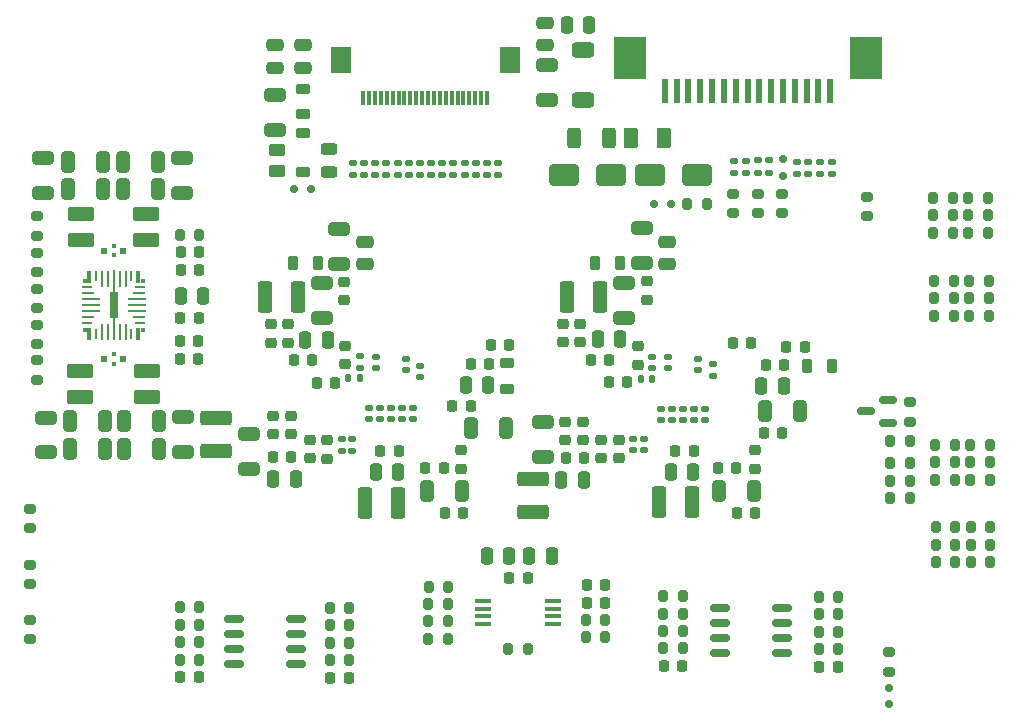
<source format=gbr>
%TF.GenerationSoftware,KiCad,Pcbnew,8.0.6*%
%TF.CreationDate,2024-12-12T06:35:09+00:00*%
%TF.ProjectId,AWR2243RadarBoard,41575232-3234-4335-9261-646172426f61,rev?*%
%TF.SameCoordinates,Original*%
%TF.FileFunction,Paste,Bot*%
%TF.FilePolarity,Positive*%
%FSLAX46Y46*%
G04 Gerber Fmt 4.6, Leading zero omitted, Abs format (unit mm)*
G04 Created by KiCad (PCBNEW 8.0.6) date 2024-12-12 06:35:09*
%MOMM*%
%LPD*%
G01*
G04 APERTURE LIST*
G04 Aperture macros list*
%AMRoundRect*
0 Rectangle with rounded corners*
0 $1 Rounding radius*
0 $2 $3 $4 $5 $6 $7 $8 $9 X,Y pos of 4 corners*
0 Add a 4 corners polygon primitive as box body*
4,1,4,$2,$3,$4,$5,$6,$7,$8,$9,$2,$3,0*
0 Add four circle primitives for the rounded corners*
1,1,$1+$1,$2,$3*
1,1,$1+$1,$4,$5*
1,1,$1+$1,$6,$7*
1,1,$1+$1,$8,$9*
0 Add four rect primitives between the rounded corners*
20,1,$1+$1,$2,$3,$4,$5,0*
20,1,$1+$1,$4,$5,$6,$7,0*
20,1,$1+$1,$6,$7,$8,$9,0*
20,1,$1+$1,$8,$9,$2,$3,0*%
%AMFreePoly0*
4,1,5,0.187500,-0.537500,-0.187500,-0.537500,-0.187500,0.537500,0.187500,0.537500,0.187500,-0.537500,0.187500,-0.537500,$1*%
G04 Aperture macros list end*
%ADD10RoundRect,0.250000X-1.000000X-0.650000X1.000000X-0.650000X1.000000X0.650000X-1.000000X0.650000X0*%
%ADD11RoundRect,0.250000X-0.325000X-0.650000X0.325000X-0.650000X0.325000X0.650000X-0.325000X0.650000X0*%
%ADD12RoundRect,0.225000X-0.225000X-0.250000X0.225000X-0.250000X0.225000X0.250000X-0.225000X0.250000X0*%
%ADD13RoundRect,0.200000X0.200000X0.275000X-0.200000X0.275000X-0.200000X-0.275000X0.200000X-0.275000X0*%
%ADD14RoundRect,0.200000X-0.200000X-0.275000X0.200000X-0.275000X0.200000X0.275000X-0.200000X0.275000X0*%
%ADD15RoundRect,0.135000X0.185000X-0.135000X0.185000X0.135000X-0.185000X0.135000X-0.185000X-0.135000X0*%
%ADD16RoundRect,0.225000X0.225000X0.250000X-0.225000X0.250000X-0.225000X-0.250000X0.225000X-0.250000X0*%
%ADD17RoundRect,0.250000X0.450000X-0.262500X0.450000X0.262500X-0.450000X0.262500X-0.450000X-0.262500X0*%
%ADD18RoundRect,0.250000X0.375000X0.625000X-0.375000X0.625000X-0.375000X-0.625000X0.375000X-0.625000X0*%
%ADD19RoundRect,0.200000X0.275000X-0.200000X0.275000X0.200000X-0.275000X0.200000X-0.275000X-0.200000X0*%
%ADD20RoundRect,0.200000X-0.275000X0.200000X-0.275000X-0.200000X0.275000X-0.200000X0.275000X0.200000X0*%
%ADD21RoundRect,0.250000X0.650000X-0.325000X0.650000X0.325000X-0.650000X0.325000X-0.650000X-0.325000X0*%
%ADD22RoundRect,0.218750X-0.381250X0.218750X-0.381250X-0.218750X0.381250X-0.218750X0.381250X0.218750X0*%
%ADD23RoundRect,0.250000X1.075000X-0.375000X1.075000X0.375000X-1.075000X0.375000X-1.075000X-0.375000X0*%
%ADD24RoundRect,0.250000X0.325000X0.650000X-0.325000X0.650000X-0.325000X-0.650000X0.325000X-0.650000X0*%
%ADD25RoundRect,0.140000X-0.170000X0.140000X-0.170000X-0.140000X0.170000X-0.140000X0.170000X0.140000X0*%
%ADD26RoundRect,0.250000X0.250000X0.475000X-0.250000X0.475000X-0.250000X-0.475000X0.250000X-0.475000X0*%
%ADD27RoundRect,0.225000X-0.250000X0.225000X-0.250000X-0.225000X0.250000X-0.225000X0.250000X0.225000X0*%
%ADD28RoundRect,0.250000X0.850000X-0.375000X0.850000X0.375000X-0.850000X0.375000X-0.850000X-0.375000X0*%
%ADD29RoundRect,0.250000X-0.250000X-0.475000X0.250000X-0.475000X0.250000X0.475000X-0.250000X0.475000X0*%
%ADD30RoundRect,0.250000X0.312500X0.625000X-0.312500X0.625000X-0.312500X-0.625000X0.312500X-0.625000X0*%
%ADD31RoundRect,0.225000X-0.375000X0.225000X-0.375000X-0.225000X0.375000X-0.225000X0.375000X0.225000X0*%
%ADD32RoundRect,0.225000X0.250000X-0.225000X0.250000X0.225000X-0.250000X0.225000X-0.250000X-0.225000X0*%
%ADD33RoundRect,0.150000X0.200000X-0.150000X0.200000X0.150000X-0.200000X0.150000X-0.200000X-0.150000X0*%
%ADD34R,0.610000X2.000000*%
%ADD35R,2.680000X3.600000*%
%ADD36RoundRect,0.140000X0.170000X-0.140000X0.170000X0.140000X-0.170000X0.140000X-0.170000X-0.140000X0*%
%ADD37RoundRect,0.150000X-0.200000X0.150000X-0.200000X-0.150000X0.200000X-0.150000X0.200000X0.150000X0*%
%ADD38RoundRect,0.243750X0.456250X-0.243750X0.456250X0.243750X-0.456250X0.243750X-0.456250X-0.243750X0*%
%ADD39RoundRect,0.250000X0.475000X-0.250000X0.475000X0.250000X-0.475000X0.250000X-0.475000X-0.250000X0*%
%ADD40RoundRect,0.250000X-0.375000X-1.075000X0.375000X-1.075000X0.375000X1.075000X-0.375000X1.075000X0*%
%ADD41RoundRect,0.250000X-0.650000X0.325000X-0.650000X-0.325000X0.650000X-0.325000X0.650000X0.325000X0*%
%ADD42R,0.450000X0.400000*%
%ADD43FreePoly0,180.000000*%
%ADD44R,0.950000X0.250000*%
%ADD45R,1.050000X0.250000*%
%ADD46R,1.500000X0.250000*%
%ADD47R,0.250000X0.950000*%
%ADD48R,0.250000X1.400000*%
%ADD49R,0.250000X1.850000*%
%ADD50R,0.800000X2.200000*%
%ADD51RoundRect,0.140000X-0.140000X-0.170000X0.140000X-0.170000X0.140000X0.170000X-0.140000X0.170000X0*%
%ADD52RoundRect,0.249999X0.700001X-0.387501X0.700001X0.387501X-0.700001X0.387501X-0.700001X-0.387501X0*%
%ADD53R,0.300000X1.300000*%
%ADD54R,1.800000X2.200000*%
%ADD55RoundRect,0.150000X0.150000X0.200000X-0.150000X0.200000X-0.150000X-0.200000X0.150000X-0.200000X0*%
%ADD56RoundRect,0.218750X0.218750X0.381250X-0.218750X0.381250X-0.218750X-0.381250X0.218750X-0.381250X0*%
%ADD57RoundRect,0.218750X-0.218750X-0.381250X0.218750X-0.381250X0.218750X0.381250X-0.218750X0.381250X0*%
%ADD58RoundRect,0.250000X-0.850000X0.375000X-0.850000X-0.375000X0.850000X-0.375000X0.850000X0.375000X0*%
%ADD59RoundRect,0.150000X-0.675000X-0.150000X0.675000X-0.150000X0.675000X0.150000X-0.675000X0.150000X0*%
%ADD60RoundRect,0.150000X0.587500X0.150000X-0.587500X0.150000X-0.587500X-0.150000X0.587500X-0.150000X0*%
%ADD61RoundRect,0.218750X0.381250X-0.218750X0.381250X0.218750X-0.381250X0.218750X-0.381250X-0.218750X0*%
%ADD62R,0.600000X0.600000*%
%ADD63R,0.400000X0.400000*%
%ADD64R,1.475000X0.450000*%
%ADD65RoundRect,0.250000X-0.475000X0.250000X-0.475000X-0.250000X0.475000X-0.250000X0.475000X0.250000X0*%
%ADD66RoundRect,0.150000X-0.150000X-0.200000X0.150000X-0.200000X0.150000X0.200000X-0.150000X0.200000X0*%
%ADD67RoundRect,0.218750X-0.218750X-0.256250X0.218750X-0.256250X0.218750X0.256250X-0.218750X0.256250X0*%
G04 APERTURE END LIST*
D10*
%TO.C,D12*%
X81875000Y-49450000D03*
X85875000Y-49450000D03*
%TD*%
D11*
%TO.C,C41*%
X39855000Y-50610000D03*
X42805000Y-50610000D03*
%TD*%
D12*
%TO.C,C149*%
X103480000Y-91075000D03*
X105030000Y-91075000D03*
%TD*%
D13*
%TO.C,R131*%
X105080000Y-89600000D03*
X103430000Y-89600000D03*
%TD*%
D14*
%TO.C,R90*%
X116190000Y-59890000D03*
X117840000Y-59890000D03*
%TD*%
D15*
%TO.C,R11*%
X73450000Y-49466250D03*
X73450000Y-48446250D03*
%TD*%
D16*
%TO.C,C65*%
X67870000Y-72860000D03*
X66320000Y-72860000D03*
%TD*%
%TO.C,C148*%
X91855000Y-91000000D03*
X90305000Y-91000000D03*
%TD*%
D17*
%TO.C,R52*%
X57575000Y-49137500D03*
X57575000Y-47312500D03*
%TD*%
D15*
%TO.C,R3*%
X65875000Y-49466250D03*
X65875000Y-48446250D03*
%TD*%
D18*
%TO.C,F4*%
X90300000Y-46300000D03*
X87500000Y-46300000D03*
%TD*%
D19*
%TO.C,R145*%
X36640000Y-84100000D03*
X36640000Y-82450000D03*
%TD*%
D20*
%TO.C,R69*%
X37270000Y-62125000D03*
X37270000Y-63775000D03*
%TD*%
D21*
%TO.C,C60*%
X80050000Y-73325000D03*
X80050000Y-70375000D03*
%TD*%
D22*
%TO.C,FB7*%
X77070000Y-65407500D03*
X77070000Y-67532500D03*
%TD*%
D16*
%TO.C,C56*%
X100475000Y-65550000D03*
X98925000Y-65550000D03*
%TD*%
D14*
%TO.C,R134*%
X70380000Y-85770000D03*
X72030000Y-85770000D03*
%TD*%
D12*
%TO.C,C106*%
X98785000Y-71310000D03*
X100335000Y-71310000D03*
%TD*%
D23*
%TO.C,L10*%
X79225000Y-77975000D03*
X79225000Y-75175000D03*
%TD*%
D24*
%TO.C,C38*%
X47495000Y-48310000D03*
X44545000Y-48310000D03*
%TD*%
D25*
%TO.C,C101*%
X63950001Y-71820000D03*
X63950001Y-72780000D03*
%TD*%
D15*
%TO.C,R6*%
X68710000Y-49460000D03*
X68710000Y-48440000D03*
%TD*%
D26*
%TO.C,C19*%
X51300000Y-59695000D03*
X49400000Y-59695000D03*
%TD*%
D20*
%TO.C,R80*%
X96210000Y-51055000D03*
X96210000Y-52705000D03*
%TD*%
D27*
%TO.C,C80*%
X57020000Y-62105000D03*
X57020000Y-63655000D03*
%TD*%
D14*
%TO.C,R120*%
X116300000Y-82200000D03*
X117950000Y-82200000D03*
%TD*%
D15*
%TO.C,R2*%
X64925000Y-49466250D03*
X64925000Y-48446250D03*
%TD*%
%TO.C,R13*%
X75350000Y-49466250D03*
X75350000Y-48446250D03*
%TD*%
D28*
%TO.C,L1*%
X40930000Y-54915000D03*
X40930000Y-52765000D03*
%TD*%
D24*
%TO.C,C35*%
X47565000Y-70310000D03*
X44615000Y-70310000D03*
%TD*%
D16*
%TO.C,C51*%
X60565000Y-65110000D03*
X59015000Y-65110000D03*
%TD*%
D12*
%TO.C,C132*%
X94875000Y-74300000D03*
X96425000Y-74300000D03*
%TD*%
D19*
%TO.C,R146*%
X36650000Y-88775000D03*
X36650000Y-87125000D03*
%TD*%
D20*
%TO.C,R56*%
X37260000Y-52965000D03*
X37260000Y-54615000D03*
%TD*%
D16*
%TO.C,C67*%
X92850000Y-72850000D03*
X91300000Y-72850000D03*
%TD*%
D12*
%TO.C,C70*%
X75655000Y-63820000D03*
X77205000Y-63820000D03*
%TD*%
D15*
%TO.C,R5*%
X67765000Y-49460000D03*
X67765000Y-48440000D03*
%TD*%
D16*
%TO.C,C12*%
X50915000Y-65015000D03*
X49365000Y-65015000D03*
%TD*%
D13*
%TO.C,R118*%
X111155000Y-75330000D03*
X109505000Y-75330000D03*
%TD*%
D29*
%TO.C,C24*%
X82100000Y-36775000D03*
X84000000Y-36775000D03*
%TD*%
D13*
%TO.C,R116*%
X111155000Y-73870000D03*
X109505000Y-73870000D03*
%TD*%
D12*
%TO.C,C107*%
X100675000Y-64020000D03*
X102225000Y-64020000D03*
%TD*%
D30*
%TO.C,R63*%
X85637500Y-46325000D03*
X82712500Y-46325000D03*
%TD*%
D15*
%TO.C,R14*%
X76300000Y-49466250D03*
X76300000Y-48446250D03*
%TD*%
D13*
%TO.C,R126*%
X50985000Y-87535000D03*
X49335000Y-87535000D03*
%TD*%
D31*
%TO.C,D5*%
X59750000Y-45900000D03*
X59750000Y-49200000D03*
%TD*%
D15*
%TO.C,R10*%
X72500000Y-49466250D03*
X72500000Y-48446250D03*
%TD*%
D32*
%TO.C,C75*%
X58760000Y-71415000D03*
X58760000Y-69865000D03*
%TD*%
D33*
%TO.C,D1*%
X100380000Y-48102500D03*
X100380000Y-49502500D03*
%TD*%
D34*
%TO.C,J4*%
X90400000Y-42350000D03*
X91400000Y-42350000D03*
X92400000Y-42350000D03*
X93400000Y-42350000D03*
X94400000Y-42350000D03*
X95400000Y-42350000D03*
X96400000Y-42350000D03*
X97400000Y-42350000D03*
X98400000Y-42350000D03*
X99400000Y-42350000D03*
X100400000Y-42350000D03*
X101400000Y-42350000D03*
X102400000Y-42350000D03*
X103400000Y-42350000D03*
X104400000Y-42350000D03*
D35*
X87410000Y-39550000D03*
X107390000Y-39550000D03*
%TD*%
D36*
%TO.C,C134*%
X91925000Y-70190000D03*
X91925000Y-69230000D03*
%TD*%
D37*
%TO.C,D7*%
X109390000Y-94255000D03*
X109390000Y-92855000D03*
%TD*%
D21*
%TO.C,C27*%
X62845000Y-56945000D03*
X62845000Y-53995000D03*
%TD*%
D15*
%TO.C,R37*%
X97275000Y-49250000D03*
X97275000Y-48230000D03*
%TD*%
D38*
%TO.C,F1*%
X61925000Y-49162500D03*
X61925000Y-47287500D03*
%TD*%
D27*
%TO.C,C112*%
X85035000Y-71875000D03*
X85035000Y-73425000D03*
%TD*%
D14*
%TO.C,R95*%
X113305000Y-72320000D03*
X114955000Y-72320000D03*
%TD*%
D24*
%TO.C,C39*%
X47565000Y-72610000D03*
X44615000Y-72610000D03*
%TD*%
D21*
%TO.C,C45*%
X61350000Y-61575000D03*
X61350000Y-58625000D03*
%TD*%
D13*
%TO.C,R130*%
X72030000Y-87240000D03*
X70380000Y-87240000D03*
%TD*%
D20*
%TO.C,R68*%
X37270000Y-65145000D03*
X37270000Y-66795000D03*
%TD*%
D14*
%TO.C,R76*%
X113130000Y-54330000D03*
X114780000Y-54330000D03*
%TD*%
D27*
%TO.C,C95*%
X60325001Y-71900000D03*
X60325001Y-73450000D03*
%TD*%
D15*
%TO.C,R43*%
X104525000Y-49345000D03*
X104525000Y-48325000D03*
%TD*%
D14*
%TO.C,R93*%
X113225000Y-61350000D03*
X114875000Y-61350000D03*
%TD*%
D27*
%TO.C,C117*%
X81750000Y-62075000D03*
X81750000Y-63625000D03*
%TD*%
D36*
%TO.C,C103*%
X67200000Y-70130000D03*
X67200000Y-69170000D03*
%TD*%
D15*
%TO.C,R1*%
X63975000Y-49466250D03*
X63975000Y-48446250D03*
%TD*%
D39*
%TO.C,C29*%
X64975000Y-57025000D03*
X64975000Y-55125000D03*
%TD*%
D12*
%TO.C,C146*%
X83775000Y-84200000D03*
X85325000Y-84200000D03*
%TD*%
D23*
%TO.C,L7*%
X52400000Y-72810000D03*
X52400000Y-70010000D03*
%TD*%
D27*
%TO.C,C114*%
X98040000Y-72775000D03*
X98040000Y-74325000D03*
%TD*%
D14*
%TO.C,R129*%
X70375000Y-88700000D03*
X72025000Y-88700000D03*
%TD*%
D12*
%TO.C,C68*%
X82025000Y-73425000D03*
X83575000Y-73425000D03*
%TD*%
D14*
%TO.C,R111*%
X116295000Y-79280000D03*
X117945000Y-79280000D03*
%TD*%
D25*
%TO.C,C113*%
X90625000Y-64870000D03*
X90625000Y-65830000D03*
%TD*%
D14*
%TO.C,R136*%
X103430000Y-85175000D03*
X105080000Y-85175000D03*
%TD*%
D36*
%TO.C,C100*%
X66280000Y-70130000D03*
X66280000Y-69170000D03*
%TD*%
D21*
%TO.C,C43*%
X49620000Y-72905000D03*
X49620000Y-69955000D03*
%TD*%
D40*
%TO.C,L6*%
X56510000Y-59800000D03*
X59310000Y-59800000D03*
%TD*%
D12*
%TO.C,C96*%
X70135000Y-74300000D03*
X71685000Y-74300000D03*
%TD*%
D14*
%TO.C,R114*%
X113340000Y-80740000D03*
X114990000Y-80740000D03*
%TD*%
D25*
%TO.C,C131*%
X93220000Y-65040000D03*
X93220000Y-66000000D03*
%TD*%
D14*
%TO.C,R99*%
X113310000Y-75240000D03*
X114960000Y-75240000D03*
%TD*%
D16*
%TO.C,C83*%
X62465000Y-67100000D03*
X60915000Y-67100000D03*
%TD*%
D28*
%TO.C,L2*%
X46510000Y-54945000D03*
X46510000Y-52795000D03*
%TD*%
D20*
%TO.C,R44*%
X100350000Y-51025000D03*
X100350000Y-52675000D03*
%TD*%
D26*
%TO.C,C53*%
X75464999Y-67225000D03*
X73564999Y-67225000D03*
%TD*%
D29*
%TO.C,C145*%
X78915000Y-81720000D03*
X80815000Y-81720000D03*
%TD*%
D25*
%TO.C,C99*%
X63025001Y-71820000D03*
X63025001Y-72780000D03*
%TD*%
D12*
%TO.C,C143*%
X62085000Y-92010000D03*
X63635000Y-92010000D03*
%TD*%
D25*
%TO.C,C74*%
X69650000Y-65590000D03*
X69650000Y-66550000D03*
%TD*%
D32*
%TO.C,C122*%
X88110000Y-65515000D03*
X88110000Y-63965000D03*
%TD*%
D29*
%TO.C,C47*%
X59970000Y-63390000D03*
X61870000Y-63390000D03*
%TD*%
D40*
%TO.C,L8*%
X89870000Y-77140000D03*
X92670000Y-77140000D03*
%TD*%
D36*
%TO.C,C128*%
X90075000Y-70205000D03*
X90075000Y-69245000D03*
%TD*%
%TO.C,C135*%
X91000000Y-70200000D03*
X91000000Y-69240000D03*
%TD*%
D16*
%TO.C,C142*%
X50935000Y-91960000D03*
X49385000Y-91960000D03*
%TD*%
D36*
%TO.C,C90*%
X69050001Y-70110000D03*
X69050001Y-69150000D03*
%TD*%
D27*
%TO.C,C119*%
X83210000Y-62075000D03*
X83210000Y-63625000D03*
%TD*%
D15*
%TO.C,R38*%
X98270000Y-49240000D03*
X98270000Y-48220000D03*
%TD*%
D12*
%TO.C,C147*%
X83775000Y-85660000D03*
X85325000Y-85660000D03*
%TD*%
D14*
%TO.C,R94*%
X116185000Y-61350000D03*
X117835000Y-61350000D03*
%TD*%
D11*
%TO.C,C59*%
X95005000Y-76190000D03*
X97955000Y-76190000D03*
%TD*%
D15*
%TO.C,R9*%
X71550000Y-49466250D03*
X71550000Y-48446250D03*
%TD*%
D13*
%TO.C,R141*%
X91900000Y-89540000D03*
X90250000Y-89540000D03*
%TD*%
D11*
%TO.C,C37*%
X39855000Y-48310000D03*
X42805000Y-48310000D03*
%TD*%
D29*
%TO.C,C62*%
X57260000Y-75160000D03*
X59160000Y-75160000D03*
%TD*%
D20*
%TO.C,R71*%
X37270000Y-59075000D03*
X37270000Y-60725000D03*
%TD*%
D14*
%TO.C,R72*%
X113130000Y-51410000D03*
X114780000Y-51410000D03*
%TD*%
%TO.C,R133*%
X70390000Y-84300000D03*
X72040000Y-84300000D03*
%TD*%
D36*
%TO.C,C136*%
X92850000Y-70190000D03*
X92850000Y-69230000D03*
%TD*%
D13*
%TO.C,R113*%
X111155000Y-76800000D03*
X109505000Y-76800000D03*
%TD*%
%TO.C,R57*%
X50995000Y-54540000D03*
X49345000Y-54540000D03*
%TD*%
D11*
%TO.C,C36*%
X40015000Y-70305000D03*
X42965000Y-70305000D03*
%TD*%
D12*
%TO.C,C71*%
X72420000Y-68985000D03*
X73970000Y-68985000D03*
%TD*%
D13*
%TO.C,R137*%
X91905000Y-88075000D03*
X90255000Y-88075000D03*
%TD*%
D12*
%TO.C,C108*%
X96175000Y-63700000D03*
X97725000Y-63700000D03*
%TD*%
D27*
%TO.C,C97*%
X61825001Y-71925000D03*
X61825001Y-73475000D03*
%TD*%
D41*
%TO.C,C33*%
X37790000Y-47995000D03*
X37790000Y-50945000D03*
%TD*%
D25*
%TO.C,C127*%
X89300000Y-64870000D03*
X89300000Y-65830000D03*
%TD*%
D14*
%TO.C,R55*%
X92315000Y-51935000D03*
X93965000Y-51935000D03*
%TD*%
D16*
%TO.C,C55*%
X75515000Y-65450000D03*
X73965000Y-65450000D03*
%TD*%
D14*
%TO.C,R85*%
X116190000Y-58430000D03*
X117840000Y-58430000D03*
%TD*%
D19*
%TO.C,R109*%
X111160000Y-70325000D03*
X111160000Y-68675000D03*
%TD*%
D13*
%TO.C,R140*%
X78800000Y-89570000D03*
X77150000Y-89570000D03*
%TD*%
D42*
%TO.C,U1*%
X41265000Y-62540000D03*
D43*
X41677500Y-62877500D03*
D44*
X41515000Y-61965000D03*
D45*
X41565000Y-61465000D03*
D46*
X41790000Y-60965000D03*
X41790000Y-60465000D03*
X41790000Y-59965000D03*
D45*
X41565000Y-59465000D03*
D44*
X41515000Y-58965000D03*
D42*
X41265000Y-58390000D03*
D43*
X41677500Y-58052500D03*
D47*
X42240000Y-57990000D03*
D48*
X42740000Y-58215000D03*
X43240000Y-58215000D03*
D49*
X43740000Y-58440000D03*
D50*
X43740000Y-60465000D03*
D49*
X43740000Y-62490000D03*
D48*
X44240000Y-58215000D03*
X44740000Y-58215000D03*
D47*
X45240000Y-57990000D03*
D43*
X45802500Y-58052500D03*
D42*
X46215000Y-58390000D03*
D44*
X45965000Y-58965000D03*
D45*
X45915000Y-59465000D03*
D46*
X45690000Y-59965000D03*
X45690000Y-60465000D03*
X45690000Y-60965000D03*
D45*
X45915000Y-61465000D03*
D44*
X45965000Y-61965000D03*
D43*
X45802500Y-62877500D03*
D42*
X46215000Y-62540000D03*
D47*
X45240000Y-62940000D03*
D48*
X44740000Y-62715000D03*
X44240000Y-62715000D03*
X43240000Y-62715000D03*
X42740000Y-62715000D03*
D47*
X42240000Y-62940000D03*
%TD*%
D15*
%TO.C,R7*%
X69650000Y-49466250D03*
X69650000Y-48446250D03*
%TD*%
D32*
%TO.C,C73*%
X57220000Y-71405000D03*
X57220000Y-69855000D03*
%TD*%
D14*
%TO.C,R119*%
X113340000Y-82200000D03*
X114990000Y-82200000D03*
%TD*%
D15*
%TO.C,R42*%
X103525000Y-49345000D03*
X103525000Y-48325000D03*
%TD*%
D51*
%TO.C,C93*%
X63610000Y-66650000D03*
X64570000Y-66650000D03*
%TD*%
D15*
%TO.C,R36*%
X96270000Y-49260000D03*
X96270000Y-48240000D03*
%TD*%
D14*
%TO.C,R139*%
X103430000Y-88125000D03*
X105080000Y-88125000D03*
%TD*%
D40*
%TO.C,L9*%
X65000000Y-77190000D03*
X67800000Y-77190000D03*
%TD*%
D16*
%TO.C,C120*%
X87235000Y-66990000D03*
X85685000Y-66990000D03*
%TD*%
D52*
%TO.C,FB4*%
X83500000Y-43087500D03*
X83500000Y-38862500D03*
%TD*%
D14*
%TO.C,R127*%
X62035000Y-89060000D03*
X63685000Y-89060000D03*
%TD*%
D53*
%TO.C,J1*%
X64850000Y-42950000D03*
X65350000Y-42950000D03*
X65850000Y-42950000D03*
X66350000Y-42950000D03*
X66850000Y-42950000D03*
X67350000Y-42950000D03*
X67850000Y-42950000D03*
X68350000Y-42950000D03*
X68850000Y-42950000D03*
X69350000Y-42950000D03*
X69850000Y-42950000D03*
X70350000Y-42950000D03*
X70850000Y-42950000D03*
X71350000Y-42950000D03*
X71850000Y-42950000D03*
X72350000Y-42950000D03*
X72850000Y-42950000D03*
X73350000Y-42950000D03*
X73850000Y-42950000D03*
X74350000Y-42950000D03*
X74850000Y-42950000D03*
X75350000Y-42950000D03*
D54*
X62950000Y-39700000D03*
X77250000Y-39700000D03*
%TD*%
D21*
%TO.C,C44*%
X37970000Y-72935000D03*
X37970000Y-69985000D03*
%TD*%
D12*
%TO.C,C133*%
X96525000Y-78070000D03*
X98075000Y-78070000D03*
%TD*%
D14*
%TO.C,R77*%
X116090000Y-54330000D03*
X117740000Y-54330000D03*
%TD*%
D36*
%TO.C,C102*%
X68120000Y-70120000D03*
X68120000Y-69160000D03*
%TD*%
D27*
%TO.C,C110*%
X86500000Y-71875000D03*
X86500000Y-73425000D03*
%TD*%
D14*
%TO.C,R96*%
X116270000Y-72320000D03*
X117920000Y-72320000D03*
%TD*%
D27*
%TO.C,C77*%
X73120000Y-72775000D03*
X73120000Y-74325000D03*
%TD*%
D55*
%TO.C,D8*%
X89495000Y-51905000D03*
X90895000Y-51905000D03*
%TD*%
D25*
%TO.C,C126*%
X88625000Y-71770000D03*
X88625000Y-72730000D03*
%TD*%
D12*
%TO.C,C66*%
X57215000Y-73360000D03*
X58765000Y-73360000D03*
%TD*%
D19*
%TO.C,R82*%
X107475000Y-52960000D03*
X107475000Y-51310000D03*
%TD*%
D15*
%TO.C,R41*%
X102525000Y-49345000D03*
X102525000Y-48325000D03*
%TD*%
%TO.C,R39*%
X99210000Y-49240000D03*
X99210000Y-48220000D03*
%TD*%
D39*
%TO.C,C3*%
X57400000Y-40375000D03*
X57400000Y-38475000D03*
%TD*%
D21*
%TO.C,C1*%
X57375000Y-45625000D03*
X57375000Y-42675000D03*
%TD*%
D56*
%TO.C,FB8*%
X104592500Y-65625000D03*
X102467500Y-65625000D03*
%TD*%
D14*
%TO.C,R132*%
X90255000Y-85125000D03*
X91905000Y-85125000D03*
%TD*%
%TO.C,R73*%
X116090000Y-51410000D03*
X117740000Y-51410000D03*
%TD*%
D26*
%TO.C,C144*%
X77245000Y-81700000D03*
X75345000Y-81700000D03*
%TD*%
D14*
%TO.C,R89*%
X113225000Y-59890000D03*
X114875000Y-59890000D03*
%TD*%
D57*
%TO.C,FB6*%
X84487500Y-56900000D03*
X86612500Y-56900000D03*
%TD*%
D15*
%TO.C,R4*%
X66825000Y-49466250D03*
X66825000Y-48446250D03*
%TD*%
D58*
%TO.C,L3*%
X46530000Y-66075000D03*
X46530000Y-68225000D03*
%TD*%
D16*
%TO.C,C14*%
X50915000Y-63540000D03*
X49365000Y-63540000D03*
%TD*%
D25*
%TO.C,C76*%
X65940000Y-64820000D03*
X65940000Y-65780000D03*
%TD*%
D14*
%TO.C,R75*%
X116095000Y-52870000D03*
X117745000Y-52870000D03*
%TD*%
%TO.C,R115*%
X116300000Y-80740000D03*
X117950000Y-80740000D03*
%TD*%
D59*
%TO.C,U2*%
X53935000Y-90890000D03*
X53935000Y-89620000D03*
X53935000Y-88350000D03*
X53935000Y-87080000D03*
X59185000Y-87080000D03*
X59185000Y-88350000D03*
X59185000Y-89620000D03*
X59185000Y-90890000D03*
%TD*%
D60*
%TO.C,Q2*%
X109277500Y-68510000D03*
X109277500Y-70410000D03*
X107402500Y-69460000D03*
%TD*%
D59*
%TO.C,U3*%
X95080000Y-89940000D03*
X95080000Y-88670000D03*
X95080000Y-87400000D03*
X95080000Y-86130000D03*
X100330000Y-86130000D03*
X100330000Y-87400000D03*
X100330000Y-88670000D03*
X100330000Y-89940000D03*
%TD*%
D41*
%TO.C,C58*%
X55230000Y-71395000D03*
X55230000Y-74345000D03*
%TD*%
D14*
%TO.C,R122*%
X49335000Y-86060000D03*
X50985000Y-86060000D03*
%TD*%
%TO.C,R100*%
X116270000Y-75240000D03*
X117920000Y-75240000D03*
%TD*%
D13*
%TO.C,R138*%
X91905000Y-86600000D03*
X90255000Y-86600000D03*
%TD*%
D14*
%TO.C,R143*%
X83725000Y-87120000D03*
X85375000Y-87120000D03*
%TD*%
D58*
%TO.C,L4*%
X40860000Y-66065000D03*
X40860000Y-68215000D03*
%TD*%
D12*
%TO.C,C11*%
X49395000Y-56000000D03*
X50945000Y-56000000D03*
%TD*%
D19*
%TO.C,R144*%
X36670000Y-79375000D03*
X36670000Y-77725000D03*
%TD*%
D14*
%TO.C,R135*%
X103430000Y-86650000D03*
X105080000Y-86650000D03*
%TD*%
D21*
%TO.C,C18*%
X80400000Y-43125000D03*
X80400000Y-40175000D03*
%TD*%
D61*
%TO.C,FB1*%
X59725000Y-44287500D03*
X59725000Y-42162500D03*
%TD*%
D16*
%TO.C,C20*%
X50925000Y-61545000D03*
X49375000Y-61545000D03*
%TD*%
D36*
%TO.C,C86*%
X65350000Y-70130000D03*
X65350000Y-69170000D03*
%TD*%
D62*
%TO.C,C15*%
X42940000Y-65015000D03*
D63*
X43740000Y-64615000D03*
X43740000Y-65415000D03*
D62*
X44540000Y-65015000D03*
%TD*%
D14*
%TO.C,R84*%
X113230000Y-58430000D03*
X114880000Y-58430000D03*
%TD*%
D20*
%TO.C,R70*%
X37260000Y-56045000D03*
X37260000Y-57695000D03*
%TD*%
D39*
%TO.C,C5*%
X59750000Y-40375000D03*
X59750000Y-38475000D03*
%TD*%
D27*
%TO.C,C31*%
X63240000Y-58505000D03*
X63240000Y-60055000D03*
%TD*%
D12*
%TO.C,C13*%
X49395000Y-57475000D03*
X50945000Y-57475000D03*
%TD*%
D25*
%TO.C,C115*%
X87700000Y-71770000D03*
X87700000Y-72730000D03*
%TD*%
D14*
%TO.C,R98*%
X116275000Y-73780000D03*
X117925000Y-73780000D03*
%TD*%
D29*
%TO.C,C64*%
X81625000Y-75250000D03*
X83525000Y-75250000D03*
%TD*%
D27*
%TO.C,C82*%
X58480000Y-62105000D03*
X58480000Y-63655000D03*
%TD*%
D14*
%TO.C,R142*%
X83725000Y-88580000D03*
X85375000Y-88580000D03*
%TD*%
D25*
%TO.C,C124*%
X94475000Y-65470000D03*
X94475000Y-66430000D03*
%TD*%
D13*
%TO.C,R112*%
X111155000Y-71960000D03*
X109505000Y-71960000D03*
%TD*%
D64*
%TO.C,IC3*%
X75042000Y-87455000D03*
X75042000Y-86805000D03*
X75042000Y-86155000D03*
X75042000Y-85505000D03*
X80918000Y-85505000D03*
X80918000Y-86155000D03*
X80918000Y-86805000D03*
X80918000Y-87455000D03*
%TD*%
D14*
%TO.C,R124*%
X62035000Y-86110000D03*
X63685000Y-86110000D03*
%TD*%
D24*
%TO.C,C34*%
X47495000Y-50635000D03*
X44545000Y-50635000D03*
%TD*%
D51*
%TO.C,C130*%
X88370000Y-66720000D03*
X89330000Y-66720000D03*
%TD*%
D19*
%TO.C,R54*%
X109380000Y-91520000D03*
X109380000Y-89870000D03*
%TD*%
D32*
%TO.C,C137*%
X81975000Y-71900000D03*
X81975000Y-70350000D03*
%TD*%
D15*
%TO.C,R12*%
X74400000Y-49466250D03*
X74400000Y-48446250D03*
%TD*%
D14*
%TO.C,R97*%
X113310000Y-73780000D03*
X114960000Y-73780000D03*
%TD*%
D12*
%TO.C,C98*%
X71785000Y-78070000D03*
X73335000Y-78070000D03*
%TD*%
D24*
%TO.C,C50*%
X101850000Y-69425000D03*
X98900000Y-69425000D03*
%TD*%
D11*
%TO.C,C40*%
X40015000Y-72610000D03*
X42965000Y-72610000D03*
%TD*%
D14*
%TO.C,R123*%
X62035000Y-87585000D03*
X63685000Y-87585000D03*
%TD*%
D65*
%TO.C,C26*%
X80225000Y-36550000D03*
X80225000Y-38450000D03*
%TD*%
D13*
%TO.C,R128*%
X50985000Y-90485000D03*
X49335000Y-90485000D03*
%TD*%
D27*
%TO.C,C32*%
X88870000Y-58455000D03*
X88870000Y-60005000D03*
%TD*%
D21*
%TO.C,C28*%
X88450000Y-56925000D03*
X88450000Y-53975000D03*
%TD*%
D25*
%TO.C,C88*%
X64550001Y-64795000D03*
X64550001Y-65755000D03*
%TD*%
D40*
%TO.C,L5*%
X82140000Y-59770000D03*
X84940000Y-59770000D03*
%TD*%
D24*
%TO.C,C49*%
X76945000Y-70910000D03*
X73995000Y-70910000D03*
%TD*%
D26*
%TO.C,C54*%
X100450000Y-67275000D03*
X98550000Y-67275000D03*
%TD*%
D32*
%TO.C,C85*%
X63350000Y-65485000D03*
X63350000Y-63935000D03*
%TD*%
D10*
%TO.C,D10*%
X89125000Y-49450000D03*
X93125000Y-49450000D03*
%TD*%
D11*
%TO.C,C57*%
X70265000Y-76190000D03*
X73215000Y-76190000D03*
%TD*%
D36*
%TO.C,C123*%
X93775000Y-70205000D03*
X93775000Y-69245000D03*
%TD*%
D13*
%TO.C,R125*%
X50985000Y-89010000D03*
X49335000Y-89010000D03*
%TD*%
D26*
%TO.C,C61*%
X67820000Y-74570000D03*
X65920000Y-74570000D03*
%TD*%
D66*
%TO.C,D3*%
X60400000Y-50675000D03*
X59000000Y-50675000D03*
%TD*%
D19*
%TO.C,R78*%
X98300000Y-52695000D03*
X98300000Y-51045000D03*
%TD*%
D21*
%TO.C,C46*%
X86975000Y-61525000D03*
X86975000Y-58575000D03*
%TD*%
D14*
%TO.C,R74*%
X113110000Y-52870000D03*
X114760000Y-52870000D03*
%TD*%
%TO.C,R110*%
X113335000Y-79280000D03*
X114985000Y-79280000D03*
%TD*%
D39*
%TO.C,C30*%
X90600000Y-57000000D03*
X90600000Y-55100000D03*
%TD*%
D26*
%TO.C,C63*%
X92800000Y-74575000D03*
X90900000Y-74575000D03*
%TD*%
D57*
%TO.C,FB5*%
X58877500Y-56920000D03*
X61002500Y-56920000D03*
%TD*%
D13*
%TO.C,R121*%
X63685000Y-90535000D03*
X62035000Y-90535000D03*
%TD*%
D21*
%TO.C,C42*%
X49560000Y-50935000D03*
X49560000Y-47985000D03*
%TD*%
D32*
%TO.C,C138*%
X83450000Y-71900000D03*
X83450000Y-70350000D03*
%TD*%
D25*
%TO.C,C94*%
X68500001Y-65010000D03*
X68500001Y-65970000D03*
%TD*%
D29*
%TO.C,C48*%
X84700000Y-63350000D03*
X86600000Y-63350000D03*
%TD*%
D15*
%TO.C,R40*%
X101570000Y-49340000D03*
X101570000Y-48320000D03*
%TD*%
%TO.C,R8*%
X70600000Y-49466250D03*
X70600000Y-48446250D03*
%TD*%
D62*
%TO.C,C16*%
X42940000Y-55865000D03*
D63*
X43740000Y-55465000D03*
X43740000Y-56265000D03*
D62*
X44540000Y-55865000D03*
%TD*%
D16*
%TO.C,C52*%
X85685000Y-65080000D03*
X84135000Y-65080000D03*
%TD*%
D67*
%TO.C,FB9*%
X77237500Y-83570000D03*
X78812500Y-83570000D03*
%TD*%
M02*

</source>
